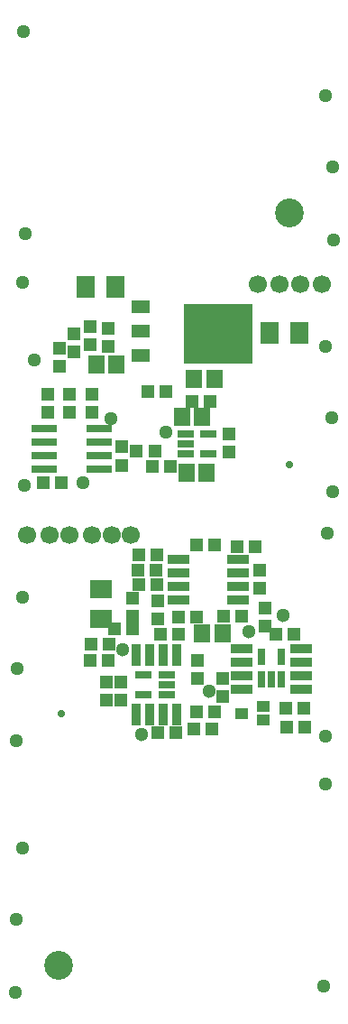
<source format=gbr>
G04 DipTrace 3.3.1.3*
G04 TopMask.gbr*
%MOIN*%
G04 #@! TF.FileFunction,Soldermask,Top*
G04 #@! TF.Part,Single*
%ADD40C,0.027559*%
%ADD42R,0.07874X0.070866*%
%ADD44R,0.027559X0.064961*%
%ADD46R,0.094488X0.031496*%
%ADD48R,0.251969X0.220472*%
%ADD50R,0.070866X0.047244*%
%ADD52C,0.051181*%
%ADD54C,0.106299*%
%ADD56C,0.050866*%
%ADD58R,0.033465X0.082677*%
%ADD60R,0.059055X0.066929*%
%ADD62R,0.049213X0.03937*%
%ADD64R,0.070866X0.07874*%
%ADD66R,0.064961X0.027559*%
%ADD68R,0.051181X0.047244*%
%ADD70R,0.082677X0.033465*%
%ADD72R,0.047244X0.051181*%
%ADD74C,0.066929*%
%FSLAX26Y26*%
G04*
G70*
G90*
G75*
G01*
G04 TopMask*
%LPD*%
D74*
X510000Y2172717D3*
D72*
X858661Y2430735D3*
Y2497664D3*
D70*
X1300564Y1752415D3*
D72*
X809160Y2870630D3*
Y2937559D3*
D68*
X954829Y2701339D3*
X1021759D3*
D66*
X1095105Y2546129D3*
D68*
X970197Y2426194D3*
X1037126D3*
D72*
X1253661Y2545656D3*
Y2478727D3*
D68*
X1118202Y2666194D3*
X1185131D3*
X569199Y2365197D3*
X636129D3*
X1058438Y1442887D3*
D72*
X1230801Y1575249D3*
D64*
X836286Y3088701D3*
D68*
X1069265Y1806890D3*
X1002336D3*
D72*
X1368806Y2043360D3*
Y1976430D3*
D62*
X1381155Y1488294D3*
D72*
X992808Y1862428D3*
Y1929357D3*
X898806Y1872428D3*
Y1939357D3*
X1388806Y1836430D3*
Y1903360D3*
D68*
X1284344Y2130892D3*
X1351273D3*
X1201273Y2134633D3*
X1134344D3*
D60*
X1231207Y1808885D3*
X1156404D3*
D66*
X1024357Y1580958D3*
D70*
X1289042Y1931365D3*
D74*
X747507Y2172717D3*
D40*
X634908Y1511877D3*
D74*
X666260Y2172717D3*
D60*
X838688Y2803701D3*
X763885D3*
X1126260Y2748202D3*
X1201063D3*
D58*
X913281Y1508648D3*
D68*
X1495446Y1804895D3*
D56*
X491916Y3105197D3*
D54*
X625682Y581391D3*
D74*
X1362336Y3100932D3*
D56*
X1635656Y2605197D3*
X1610577Y2867861D3*
X500761Y3285407D3*
X1640525Y3261785D3*
X494514Y4033740D3*
D54*
X1479409Y3361693D3*
D56*
X1638268Y3533740D3*
X1613189Y3796404D3*
X1604331Y505118D3*
X464567Y481483D3*
X1610577Y1253438D3*
X466824Y753438D3*
X491903Y1016102D3*
D74*
X1598556Y3100932D3*
X1519816D3*
X1441076D3*
D56*
X817060Y2600971D3*
X535564Y2819475D3*
X716667Y2364751D3*
X1021785Y2551759D3*
X498163Y2356877D3*
X1637927Y2333255D3*
X466798Y1411391D3*
X1616798Y2180144D3*
D40*
X1476798Y2433150D3*
D56*
X1610551Y1430144D3*
X473058Y1680144D3*
X491798Y1942638D3*
D72*
X666286Y2692677D3*
Y2625748D3*
X748294Y2692677D3*
Y2625748D3*
X586286Y2692677D3*
Y2625748D3*
D68*
X913202Y2483202D3*
X980131D3*
D60*
X1156063Y2609199D3*
X1081260D3*
X1098255Y2404199D3*
X1173058D3*
D72*
X742231Y2941496D3*
Y2874567D3*
X628058Y2862756D3*
Y2795827D3*
D68*
X813268Y1770892D3*
X746339D3*
D72*
X802808Y1629357D3*
Y1562428D3*
D68*
X1534265Y1462887D3*
X1467336D3*
X807270Y1708885D3*
X740341D3*
D72*
X1136798Y1643425D3*
Y1710354D3*
D68*
X1203268Y1520892D3*
X1136339D3*
X1532270Y1531890D3*
X1465341D3*
X1236339Y1872887D3*
X1303268D3*
X1068333Y1870892D3*
X1135262D3*
X831168Y1826890D3*
X920341Y1990892D3*
X987270D3*
X918333Y2042887D3*
X985262D3*
X920341Y2098885D3*
X987270D3*
X1192270Y1456890D3*
X1125341D3*
D74*
X891260Y2172717D3*
D52*
X1455774Y1876050D3*
X1329790Y1816995D3*
X1180801Y1596890D3*
X932808Y1434895D3*
X861286Y1748097D3*
D74*
X822520Y2172717D3*
D72*
X683176Y2848976D3*
D64*
X1515853Y2917874D3*
D50*
X929278Y3014370D3*
Y2924409D3*
Y2834449D3*
D48*
X1214711Y2915945D3*
D74*
X591260Y2172717D3*
D46*
X776024Y2416194D3*
Y2466194D3*
Y2516194D3*
Y2566194D3*
X571299D3*
Y2516194D3*
Y2466194D3*
Y2416194D3*
D72*
X683176Y2915906D3*
D66*
X1095105Y2508727D3*
Y2471339D3*
X1179751D3*
Y2546129D3*
D64*
X1405617Y2917874D3*
X726050Y3088701D3*
D70*
X1300564Y1702415D3*
Y1652415D3*
Y1602415D3*
X1521037D3*
Y1652415D3*
Y1702415D3*
Y1752415D3*
D44*
X1374869Y1639331D3*
X1412270D3*
X1449659D3*
Y1723976D3*
X1374869D3*
D68*
X1428517Y1804895D3*
D72*
X1230801Y1642178D3*
D62*
X1381155Y1539488D3*
X1300446Y1513898D3*
D42*
X782808Y1862769D3*
Y1973005D3*
D68*
X898097Y1826890D3*
X991509Y1442887D3*
D66*
X1024357Y1618360D3*
Y1655748D3*
X939711D3*
Y1580958D3*
D58*
X963281Y1508648D3*
X1013281D3*
X1063281D3*
Y1729121D3*
X1013281D3*
X963281D3*
X913281D3*
D72*
X854803Y1563255D3*
Y1630184D3*
D70*
X1289042Y1981365D3*
Y2031365D3*
Y2081365D3*
X1068570D3*
Y2031365D3*
Y1981365D3*
Y1931365D3*
M02*

</source>
